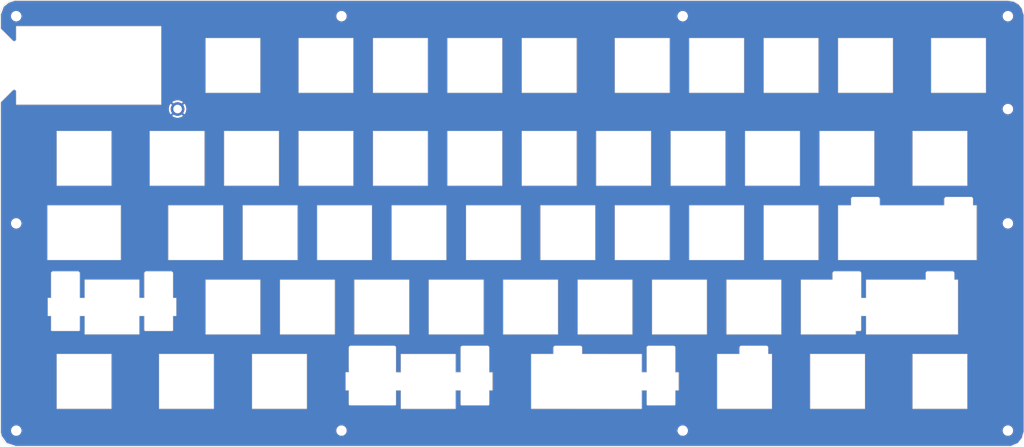
<source format=kicad_pcb>
(kicad_pcb (version 20221018) (generator pcbnew)
  (layers (0 "F.Cu" signal) (31 "B.Cu" signal) (34 "B.Paste" user) (35 "F.Paste" user) (36 "B.SilkS" user "B.Silkscreen") (37 "F.SilkS" user "F.Silkscreen") (38 "B.Mask" user) (39 "F.Mask" user) (44 "Edge.Cuts" user))
  (net 0 "")
  (net 1 "GND")
  (footprint "MountingHole:MountingHole_2.2mm_M2_ISO7380_Pad" (layer "F.Cu") (at 62.542499 58.025007)
    (fp_text reference "H1" hide)
    (fp_text value "MountingHole_Pad")
    (pad "1" thru_hole circle (at 0 0) (size 3.5 3.5) (drill 2.2) (layers "*.Cu" "*.Mask") (net 1 "GND"))
  )
  (footprint "_reviung-kbd:HOLE_2.2mm" (layer "F.Cu") (at 21.2325 34.23)
    (fp_text reference "Ref**" hide)
    (fp_text value "Val**" hide)
    (pad "" np_thru_hole circle (at 0 0) (size 2.2 2.2) (drill 2.2) (layers "*.Cu" "*.Mask"))
  )
  (footprint "_reviung-kbd:HOLE_2.2mm" (layer "F.Cu") (at 104.5 34.23)
    (fp_text reference "Ref**" hide)
    (fp_text value "Val**" hide)
    (pad "" np_thru_hole circle (at 0 0) (size 2.2 2.2) (drill 2.2) (layers "*.Cu" "*.Mask"))
  )
  (footprint "_reviung-kbd:HOLE_2.2mm" (layer "F.Cu") (at 191.842 34.23)
    (fp_text reference "Ref**" hide)
    (fp_text value "Val**" hide)
    (pad "" np_thru_hole circle (at 0 0) (size 2.2 2.2) (drill 2.2) (layers "*.Cu" "*.Mask"))
  )
  (footprint "_reviung-kbd:HOLE_2.2mm" (layer "F.Cu") (at 275.09 34.23)
    (fp_text reference "Ref**" hide)
    (fp_text value "Val**" hide)
    (pad "" np_thru_hole circle (at 0 0) (size 2.2 2.2) (drill 2.2) (layers "*.Cu" "*.Mask"))
  )
  (footprint "_reviung-kbd:HOLE_2.2mm" (layer "F.Cu") (at 275.092499 58.035007)
    (fp_text reference "Ref**" hide)
    (fp_text value "Val**" hide)
    (pad "" np_thru_hole circle (at 0 0) (size 2.2 2.2) (drill 2.2) (layers "*.Cu" "*.Mask"))
  )
  (footprint "_reviung-kbd:HOLE_2.2mm" (layer "F.Cu") (at 275.0925 87.335)
    (fp_text reference "Ref**" hide)
    (fp_text value "Val**" hide)
    (pad "" np_thru_hole circle (at 0 0) (size 2.2 2.2) (drill 2.2) (layers "*.Cu" "*.Mask"))
  )
  (footprint "_reviung-kbd:HOLE_2.2mm" (layer "F.Cu") (at 275.09 140.44)
    (fp_text reference "Ref**" hide)
    (fp_text value "Val**" hide)
    (pad "" np_thru_hole circle (at 0 0) (size 2.2 2.2) (drill 2.2) (layers "*.Cu" "*.Mask"))
  )
  (footprint "_reviung-kbd:HOLE_2.2mm" (layer "F.Cu") (at 191.85 140.44)
    (fp_text reference "Ref**" hide)
    (fp_text value "Val**" hide)
    (pad "" np_thru_hole circle (at 0 0) (size 2.2 2.2) (drill 2.2) (layers "*.Cu" "*.Mask"))
  )
  (footprint "_reviung-kbd:HOLE_2.2mm" (layer "F.Cu") (at 104.5 140.44)
    (fp_text reference "Ref**" hide)
    (fp_text value "Val**" hide)
    (pad "" np_thru_hole circle (at 0 0) (size 2.2 2.2) (drill 2.2) (layers "*.Cu" "*.Mask"))
  )
  (footprint "_reviung-kbd:HOLE_2.2mm" (layer "F.Cu") (at 21.2425 140.44)
    (fp_text reference "Ref**" hide)
    (fp_text value "Val**" hide)
    (pad "" np_thru_hole circle (at 0 0) (size 2.2 2.2) (drill 2.2) (layers "*.Cu" "*.Mask"))
  )
  (footprint "_reviung-kbd:HOLE_2.2mm" (layer "F.Cu") (at 21.2325 87.335)
    (fp_text reference "Ref**" hide)
    (fp_text value "Val**" hide)
    (pad "" np_thru_hole circle (at 0 0) (size 2.2 2.2) (drill 2.2) (layers "*.Cu" "*.Mask"))
  )
  (gr_curve (pts (xy 126.577499 53.855007) (xy 126.577499 53.855007) (xy 112.577514 53.854985) (xy 112.577514 53.854985)) (stroke (width 0.088)) (layer "Edge.Cuts"))
  (gr_curve (pts (xy 226.877514 77.667485) (xy 226.877514 77.667485) (xy 226.877536 63.6675) (xy 226.877536 63.6675)) (stroke (width 0.088)) (layer "Edge.Cuts"))
  (gr_curve (pts (xy 126.577499 77.667507) (xy 126.577499 77.667507) (xy 112.577514 77.667485) (xy 112.577514 77.667485)) (stroke (width 0.088)) (layer "Edge.Cuts"))
  (gr_curve (pts (xy 37.493036 106.460646) (xy 37.493036 106.460646) (xy 38.758527 106.460646) (xy 38.758527 106.460646)) (stroke (width 0.088)) (layer "Edge.Cuts"))
  (gr_curve (pts (xy 238.496271 120.817522) (xy 238.496271 120.817522) (xy 238.496249 134.817507) (xy 238.496249 134.817507)) (stroke (width 0.088)) (layer "Edge.Cuts"))
  (gr_curve (pts (xy 188.777536 63.6675) (xy 188.777536 63.6675) (xy 202.777521 63.6675) (xy 202.777521 63.6675)) (stroke (width 0.088)) (layer "Edge.Cuts"))
  (gr_curve (pts (xy 37.493014 114.63954) (xy 37.493014 114.777602) (xy 37.381092 114.889546) (xy 37.243008 114.889546)) (stroke (width 0.088)) (layer "Edge.Cuts"))
  (gr_curve (pts (xy 200.683764 120.817479) (xy 200.683764 120.817479) (xy 206.385914 120.817479) (xy 206.385914 120.817479)) (stroke (width 0.088)) (layer "Edge.Cuts"))
  (gr_curve (pts (xy 264.689999 134.817507) (xy 264.689999 134.817507) (xy 250.690014 134.817485) (xy 250.690014 134.817485)) (stroke (width 0.088)) (layer "Edge.Cuts"))
  (gr_curve (pts (xy 45.615021 63.6675) (xy 45.615021 63.6675) (xy 45.614999 77.667507) (xy 45.614999 77.667507)) (stroke (width 0.088)) (layer "Edge.Cuts"))
  (gr_curve (pts (xy 54.046935 106.443033) (xy 54.046935 106.443033) (xy 54.046957 100.124685) (xy 54.046957 100.124685)) (stroke (width 0.088)) (layer "Edge.Cuts"))
  (gr_curve (pts (xy 150.677536 63.6675) (xy 150.677536 63.6675) (xy 164.677521 63.6675) (xy 164.677521 63.6675)) (stroke (width 0.088)) (layer "Edge.Cuts"))
  (gr_curve (pts (xy 55.427536 63.6675) (xy 55.427536 63.6675) (xy 69.427521 63.6675) (xy 69.427521 63.6675)) (stroke (width 0.088)) (layer "Edge.Cuts"))
  (gr_curve (pts (xy 269.452521 39.855) (xy 269.452521 39.855) (xy 269.452499 53.855007) (xy 269.452499 53.855007)) (stroke (width 0.088)) (layer "Edge.Cuts"))
  (gr_curve (pts (xy 240.877499 77.667507) (xy 240.877499 77.667507) (xy 226.877514 77.667485) (xy 226.877514 77.667485)) (stroke (width 0.088)) (layer "Edge.Cuts"))
  (gr_curve (pts (xy 182.886035 133.959743) (xy 182.747973 133.959743) (xy 182.63605 133.847799) (xy 182.63605 133.709736)) (stroke (width 0.088)) (layer "Edge.Cuts"))
  (gr_curve (pts (xy 20.373486 53.209276) (xy 20.373486 53.209276) (xy 17.42042 56.162343) (xy 17.42042 56.162343)) (stroke (width 0.088)) (layer "Edge.Cuts"))
  (gr_curve (pts (xy 131.627536 39.855) (xy 131.627536 39.855) (xy 145.627521 39.855) (xy 145.627521 39.855)) (stroke (width 0.088)) (layer "Edge.Cuts"))
  (gr_curve (pts (xy 226.589999 96.717507) (xy 226.589999 96.717507) (xy 212.590014 96.717485) (xy 212.590014 96.717485)) (stroke (width 0.088)) (layer "Edge.Cuts"))
  (gr_curve (pts (xy 141.820669 118.694912) (xy 142.096793 118.694912) (xy 142.32066 118.918779) (xy 142.32066 119.194925)) (stroke (width 0.088)) (layer "Edge.Cuts"))
  (gr_curve (pts (xy 250.690014 134.817485) (xy 250.690014 134.817485) (xy 250.690036 120.8175) (xy 250.690036 120.8175)) (stroke (width 0.088)) (layer "Edge.Cuts"))
  (gr_curve (pts (xy 189.96099 133.709758) (xy 189.96099 133.84782) (xy 189.849068 133.959764) (xy 189.710984 133.959764)) (stroke (width 0.088)) (layer "Edge.Cuts"))
  (gr_curve (pts (xy 126.577521 39.855) (xy 126.577521 39.855) (xy 126.577499 53.855007) (xy 126.577499 53.855007)) (stroke (width 0.088)) (layer "Edge.Cuts"))
  (gr_curve (pts (xy 183.136084 118.694912) (xy 183.136084 118.694912) (xy 189.461043 118.694912) (xy 189.461043 118.694912)) (stroke (width 0.088)) (layer "Edge.Cuts"))
  (gr_curve (pts (xy 57.808764 134.817485) (xy 57.808764 134.817485) (xy 57.808764 120.8175) (xy 57.808764 120.8175)) (stroke (width 0.088)) (layer "Edge.Cuts"))
  (gr_curve (pts (xy 69.715036 39.855) (xy 69.715036 39.855) (xy 83.715021 39.855) (xy 83.715021 39.855)) (stroke (width 0.088)) (layer "Edge.Cuts"))
  (gr_curve (pts (xy 131.339999 96.717507) (xy 131.339999 96.717507) (xy 117.340014 96.717485) (xy 117.340014 96.717485)) (stroke (width 0.088)) (layer "Edge.Cuts"))
  (gr_curve (pts (xy 133.707275 134.826378) (xy 133.707275 134.826378) (xy 119.70729 134.826378) (xy 119.70729 134.826378)) (stroke (width 0.088)) (layer "Edge.Cuts"))
  (gr_curve (pts (xy 93.240021 82.7175) (xy 93.240021 82.7175) (xy 93.239999 96.717507) (xy 93.239999 96.717507)) (stroke (width 0.088)) (layer "Edge.Cuts"))
  (gr_curve (pts (xy 107.527499 53.855007) (xy 107.527499 53.855007) (xy 93.527514 53.854985) (xy 93.527514 53.854985)) (stroke (width 0.088)) (layer "Edge.Cuts"))
  (gr_curve (pts (xy 207.827514 77.667485) (xy 207.827514 77.667485) (xy 207.827536 63.6675) (xy 207.827536 63.6675)) (stroke (width 0.088)) (layer "Edge.Cuts"))
  (gr_curve (pts (xy 145.627521 63.6675) (xy 145.627521 63.6675) (xy 145.627499 77.667507) (xy 145.627499 77.667507)) (stroke (width 0.088)) (layer "Edge.Cuts"))
  (gr_curve (pts (xy 142.320617 133.709758) (xy 142.320617 133.84782) (xy 142.208694 133.959764) (xy 142.07061 133.959764)) (stroke (width 0.088)) (layer "Edge.Cuts"))
  (gr_curve (pts (xy 29.233517 82.717242) (xy 29.233517 82.717242) (xy 47.996271 82.7175) (xy 47.996271 82.7175)) (stroke (width 0.088)) (layer "Edge.Cuts"))
  (gr_curve (pts (xy 21.127519 30.129754) (xy 18.918384 30.129754) (xy 17.127526 31.920612) (xy 17.127526 34.129747)) (stroke (width 0.088)) (layer "Edge.Cuts"))
  (gr_curve (pts (xy 20.373486 40.501226) (xy 20.688468 40.816208) (xy 21.227039 40.593125) (xy 21.227039 40.147673)) (stroke (width 0.088)) (layer "Edge.Cuts"))
  (gr_curve (pts (xy 250.690036 120.8175) (xy 250.690036 120.8175) (xy 264.690021 120.817522) (xy 264.690021 120.817522)) (stroke (width 0.088)) (layer "Edge.Cuts"))
  (gr_curve (pts (xy 134.995698 125.513251) (xy 134.995698 125.513251) (xy 134.995719 119.194903) (xy 134.995719 119.194903)) (stroke (width 0.088)) (layer "Edge.Cuts"))
  (gr_curve (pts (xy 202.777521 63.6675) (xy 202.777521 63.6675) (xy 202.777499 77.667507) (xy 202.777499 77.667507)) (stroke (width 0.088)) (layer "Edge.Cuts"))
  (gr_curve (pts (xy 88.765014 115.767485) (xy 88.765014 115.767485) (xy 88.765036 101.7675) (xy 88.765036 101.7675)) (stroke (width 0.088)) (layer "Edge.Cuts"))
  (gr_curve (pts (xy 112.577536 63.6675) (xy 112.577536 63.6675) (xy 126.577521 63.6675) (xy 126.577521 63.6675)) (stroke (width 0.088)) (layer "Edge.Cuts"))
  (gr_curve (pts (xy 221.827499 77.667507) (xy 221.827499 77.667507) (xy 207.827514 77.667485) (xy 207.827514 77.667485)) (stroke (width 0.088)) (layer "Edge.Cuts"))
  (gr_curve (pts (xy 188.490021 82.7175) (xy 188.490021 82.7175) (xy 188.489999 96.717507) (xy 188.489999 96.717507)) (stroke (width 0.088)) (layer "Edge.Cuts"))
  (gr_curve (pts (xy 193.540036 82.7175) (xy 193.540036 82.7175) (xy 207.540021 82.7175) (xy 207.540021 82.7175)) (stroke (width 0.088)) (layer "Edge.Cuts"))
  (gr_curve (pts (xy 236.114999 115.767507) (xy 236.114999 115.767507) (xy 222.115014 115.767485) (xy 222.115014 115.767485)) (stroke (width 0.088)) (layer "Edge.Cuts"))
  (gr_curve (pts (xy 61.371854 114.63954) (xy 61.371854 114.777602) (xy 61.259932 114.889546) (xy 61.121848 114.889546)) (stroke (width 0.088)) (layer "Edge.Cuts"))
  (gr_curve (pts (xy 190.79634 130.121863) (xy 190.79634 130.121863) (xy 189.96099 130.121863) (xy 189.96099 130.121863)) (stroke (width 0.088)) (layer "Edge.Cuts"))
  (gr_curve (pts (xy 60.871906 99.624694) (xy 61.148031 99.624694) (xy 61.371897 99.84856) (xy 61.371897 100.124706)) (stroke (width 0.088)) (layer "Edge.Cuts"))
  (gr_curve (pts (xy 260.886428 99.624694) (xy 261.162552 99.624694) (xy 261.386419 99.84856) (xy 261.386419 100.124706)) (stroke (width 0.088)) (layer "Edge.Cuts"))
  (gr_curve (pts (xy 190.796362 125.530864) (xy 190.796362 125.530864) (xy 190.79634 130.121863) (xy 190.79634 130.121863)) (stroke (width 0.088)) (layer "Edge.Cuts"))
  (gr_curve (pts (xy 241.769284 80.577924) (xy 242.045408 80.577924) (xy 242.269275 80.80179) (xy 242.269275 81.077936)) (stroke (width 0.088)) (layer "Edge.Cuts"))
  (gr_curve (pts (xy 188.777514 77.667485) (xy 188.777514 77.667485) (xy 188.777536 63.6675) (xy 188.777536 63.6675)) (stroke (width 0.088)) (layer "Edge.Cuts"))
  (gr_curve (pts (xy 133.707275 130.124382) (xy 133.707275 130.124382) (xy 133.707275 134.826378) (xy 133.707275 134.826378)) (stroke (width 0.088)) (layer "Edge.Cuts"))
  (gr_curve (pts (xy 107.527499 77.667507) (xy 107.527499 77.667507) (xy 93.527514 77.667485) (xy 93.527514 77.667485)) (stroke (width 0.088)) (layer "Edge.Cuts"))
  (gr_curve (pts (xy 189.961034 119.194925) (xy 189.961034 119.194925) (xy 189.961012 125.530864) (xy 189.961012 125.530864)) (stroke (width 0.088)) (layer "Edge.Cuts"))
  (gr_curve (pts (xy 153.058764 134.817356) (xy 153.058764 134.817356) (xy 153.058786 120.817371) (xy 153.058786 120.817371)) (stroke (width 0.088)) (layer "Edge.Cuts"))
  (gr_curve (pts (xy 60.190014 96.717485) (xy 60.190014 96.717485) (xy 60.190036 82.7175) (xy 60.190036 82.7175)) (stroke (width 0.088)) (layer "Edge.Cuts"))
  (gr_curve (pts (xy 188.489999 53.855007) (xy 188.489999 53.855007) (xy 174.490014 53.854985) (xy 174.490014 53.854985)) (stroke (width 0.088)) (layer "Edge.Cuts"))
  (gr_curve (pts (xy 30.168096 111.054164) (xy 30.168096 111.054164) (xy 29.332724 111.054164) (xy 29.332724 111.054164)) (stroke (width 0.088)) (layer "Edge.Cuts"))
  (gr_curve (pts (xy 106.393266 133.697377) (xy 106.393266 133.697377) (xy 106.393288 130.112023) (xy 106.393288 130.112023)) (stroke (width 0.088)) (layer "Edge.Cuts"))
  (gr_curve (pts (xy 234.944334 81.077915) (xy 234.944334 80.801769) (xy 235.168179 80.577902) (xy 235.444325 80.577924)) (stroke (width 0.088)) (layer "Edge.Cuts"))
  (gr_curve (pts (xy 118.441777 133.709758) (xy 118.441777 133.84782) (xy 118.329855 133.959764) (xy 118.191771 133.959764)) (stroke (width 0.088)) (layer "Edge.Cuts"))
  (gr_curve (pts (xy 107.815014 115.767485) (xy 107.815014 115.767485) (xy 107.815036 101.7675) (xy 107.815036 101.7675)) (stroke (width 0.088)) (layer "Edge.Cuts"))
  (gr_curve (pts (xy 189.710984 133.959764) (xy 189.710984 133.959764) (xy 182.886035 133.959743) (xy 182.886035 133.959743)) (stroke (width 0.088)) (layer "Edge.Cuts"))
  (gr_curve (pts (xy 245.640021 39.855) (xy 245.640021 39.855) (xy 245.639999 53.855007) (xy 245.639999 53.855007)) (stroke (width 0.088)) (layer "Edge.Cuts"))
  (gr_curve (pts (xy 182.636072 125.513251) (xy 182.636072 125.513251) (xy 182.636093 119.194903) (xy 182.636093 119.194903)) (stroke (width 0.088)) (layer "Edge.Cuts"))
  (gr_curve (pts (xy 182.63605 133.709736) (xy 182.63605 133.709736) (xy 182.63605 130.124382) (xy 182.63605 130.124382)) (stroke (width 0.088)) (layer "Edge.Cuts"))
  (gr_curve (pts (xy 106.393288 125.500892) (xy 106.393288 125.500892) (xy 106.393309 119.182544) (xy 106.393309 119.182544)) (stroke (width 0.088)) (layer "Edge.Cuts"))
  (gr_curve (pts (xy 212.590014 53.854985) (xy 212.590014 53.854985) (xy 212.590036 39.855) (xy 212.590036 39.855)) (stroke (width 0.088)) (layer "Edge.Cuts"))
  (gr_curve (pts (xy 121.815021 101.7675) (xy 121.815021 101.7675) (xy 121.814999 115.767507) (xy 121.814999 115.767507)) (stroke (width 0.088)) (layer "Edge.Cuts"))
  (gr_curve (pts (xy 224.496264 120.8175) (xy 224.496264 120.8175) (xy 238.496271 120.817522) (xy 238.496271 120.817522)) (stroke (width 0.088)) (layer "Edge.Cuts"))
  (gr_curve (pts (xy 184.015014 115.767485) (xy 184.015014 115.767485) (xy 184.015036 101.7675) (xy 184.015036 101.7675)) (stroke (width 0.088)) (layer "Edge.Cuts"))
  (gr_curve (pts (xy 136.390014 96.717485) (xy 136.390014 96.717485) (xy 136.390036 82.7175) (xy 136.390036 82.7175)) (stroke (width 0.088)) (layer "Edge.Cuts"))
  (gr_curve (pts (xy 107.527521 39.855) (xy 107.527521 39.855) (xy 107.527499 53.855007) (xy 107.527499 53.855007)) (stroke (width 0.088)) (layer "Edge.Cuts"))
  (gr_curve (pts (xy 150.677536 39.855) (xy 150.677536 39.855) (xy 164.677521 39.855) (xy 164.677521 39.855)) (stroke (width 0.088)) (layer "Edge.Cuts"))
  (gr_curve (pts (xy 188.490021 39.855) (xy 188.490021 39.855) (xy 188.489999 53.855007) (xy 188.489999 53.855007)) (stroke (width 0.088)) (layer "Edge.Cuts"))
  (gr_curve (pts (xy 83.714999 115.767507) (xy 83.714999 115.767507) (xy 69.715014 115.767485) (xy 69.715014 115.767485)) (stroke (width 0.088)) (layer "Edge.Cuts"))
  (gr_curve (pts (xy 264.690021 63.6675) (xy 264.690021 63.6675) (xy 264.689999 77.667507) (xy 264.689999 77.667507)) (stroke (width 0.088)) (layer "Edge.Cuts"))
  (gr_curve (pts (xy 30.168074 114.639518) (xy 30.168074 114.639518) (xy 30.168096 111.054164) (xy 30.168096 111.054164)) (stroke (width 0.088)) (layer "Edge.Cuts"))
  (gr_curve (pts (xy 61.121848 114.889546) (xy 61.121848 114.889546) (xy 54.296898 114.889524) (xy 54.296898 114.889524)) (stroke (width 0.088)) (layer "Edge.Cuts"))
  (gr_curve (pts (xy 105.557917 125.500892) (xy 105.557917 125.500892) (xy 106.393288 125.500892) (xy 106.393288 125.500892)) (stroke (width 0.088)) (layer "Edge.Cuts"))
  (gr_curve (pts (xy 112.290021 82.7175) (xy 112.290021 82.7175) (xy 112.289999 96.717507) (xy 112.289999 96.717507)) (stroke (width 0.088)) (layer "Edge.Cuts"))
  (gr_curve (pts (xy 117.340014 96.717485) (xy 117.340014 96.717485) (xy 117.340036 82.7175) (xy 117.340036 82.7175)) (stroke (width 0.088)) (layer "Edge.Cuts"))
  (gr_curve (pts (xy 158.757253 120.817392) (xy 158.757253 120.817392) (xy 158.757253 119.194903) (xy 158.757253 119.194903)) (stroke (width 0.088)) (layer "Edge.Cuts"))
  (gr_curve (pts (xy 52.758512 106.443033) (xy 52.758512 106.443033) (xy 54.046935 106.443033) (xy 54.046935 106.443033)) (stroke (width 0.088)) (layer "Edge.Cuts"))
  (gr_curve (pts (xy 238.790641 101.767253) (xy 238.790641 101.767253) (xy 254.061478 101.7675) (xy 254.061478 101.7675)) (stroke (width 0.088)) (layer "Edge.Cuts"))
  (gr_curve (pts (xy 213.710854 119.188444) (xy 213.710854 119.188444) (xy 213.710854 120.8175) (xy 213.710854 120.8175)) (stroke (width 0.088)) (layer "Edge.Cuts"))
  (gr_curve (pts (xy 261.386419 101.7675) (xy 261.386419 101.7675) (xy 262.308771 101.7675) (xy 262.308771 101.7675)) (stroke (width 0.088)) (layer "Edge.Cuts"))
  (gr_curve (pts (xy 165.582203 118.694912) (xy 165.858327 118.694912) (xy 166.082194 118.918779) (xy 166.082194 119.194925)) (stroke (width 0.088)) (layer "Edge.Cuts"))
  (gr_curve (pts (xy 93.527536 63.6675) (xy 93.527536 63.6675) (xy 107.527521 63.6675) (xy 107.527521 63.6675)) (stroke (width 0.088)) (layer "Edge.Cuts"))
  (gr_curve (pts (xy 221.827521 63.6675) (xy 221.827521 63.6675) (xy 221.827499 77.667507) (xy 221.827499 77.667507)) (stroke (width 0.088)) (layer "Edge.Cuts"))
  (gr_curve (pts (xy 181.347649 134.826378) (xy 181.347649 134.826378) (xy 153.058764 134.817356) (xy 153.058764 134.817356)) (stroke (width 0.088)) (layer "Edge.Cuts"))
  (gr_curve (pts (xy 81.621264 120.8175) (xy 81.621264 120.8175) (xy 95.621271 120.8175) (xy 95.621271 120.8175)) (stroke (width 0.088)) (layer "Edge.Cuts"))
  (gr_curve (pts (xy 166.082194 119.194925) (xy 166.082194 119.194925) (xy 166.082194 120.817414) (xy 166.082194 120.817414)) (stroke (width 0.088)) (layer "Edge.Cuts"))
  (gr_curve (pts (xy 83.715021 101.7675) (xy 83.715021 101.7675) (xy 83.714999 115.767507) (xy 83.714999 115.767507)) (stroke (width 0.088)) (layer "Edge.Cuts"))
  (gr_curve (pts (xy 174.490036 39.855) (xy 174.490036 39.855) (xy 188.490021 39.855) (xy 188.490021 39.855)) (stroke (width 0.088)) (layer "Edge.Cuts"))
  (gr_curve (pts (xy 231.640014 96.717485) (xy 231.640014 96.717485) (xy 231.640036 82.7175) (xy 231.640036 82.7175)) (stroke (width 0.088)) (layer "Edge.Cuts"))
  (gr_curve (pts (xy 37.493036 111.051645) (xy 37.493036 111.051645) (xy 37.493014 114.63954) (xy 37.493014 114.63954)) (stroke (width 0.088)) (layer "Edge.Cuts"))
  (gr_curve (pts (xy 107.527521 63.6675) (xy 107.527521 63.6675) (xy 107.527499 77.667507) (xy 107.527499 77.667507)) (stroke (width 0.088)) (layer "Edge.Cuts"))
  (gr_curve (pts (xy 88.765036 101.7675) (xy 88.765036 101.7675) (xy 102.765021 101.7675) (xy 102.765021 101.7675)) (stroke (width 0.088)) (layer "Edge.Cuts"))
  (gr_curve (pts (xy 207.540021 82.7175) (xy 207.540021 82.7175) (xy 207.539999 96.717507) (xy 207.539999 96.717507)) (stroke (width 0.088)) (layer "Edge.Cuts"))
  (gr_curve (pts (xy 17.127526 36.841053) (xy 17.127526 37.106269) (xy 17.232883 37.360623) (xy 17.42042 37.54816)) (stroke (width 0.088)) (layer "Edge.Cuts"))
  (gr_curve (pts (xy 107.815036 101.7675) (xy 107.815036 101.7675) (xy 121.815021 101.7675) (xy 121.815021 101.7675)) (stroke (width 0.088)) (layer "Edge.Cuts"))
  (gr_curve (pts (xy 134.995719 119.194903) (xy 134.995719 118.918757) (xy 135.219564 118.694891) (xy 135.49571 118.694912)) (stroke (width 0.088)) (layer "Edge.Cuts"))
  (gr_curve (pts (xy 131.340021 82.7175) (xy 131.340021 82.7175) (xy 131.339999 96.717507) (xy 131.339999 96.717507)) (stroke (width 0.088)) (layer "Edge.Cuts"))
  (gr_curve (pts (xy 29.332724 111.054164) (xy 29.332724 111.054164) (xy 29.332724 106.443033) (xy 29.332724 106.443033)) (stroke (width 0.088)) (layer "Edge.Cuts"))
  (gr_curve (pts (xy 30.168117 100.124685) (xy 30.168117 99.848539) (xy 30.391962 99.624672) (xy 30.668108 99.624694)) (stroke (width 0.088)) (layer "Edge.Cuts"))
  (gr_curve (pts (xy 254.561469 99.624694) (xy 254.561469 99.624694) (xy 260.886428 99.624694) (xy 260.886428 99.624694)) (stroke (width 0.088)) (layer "Edge.Cuts"))
  (gr_curve (pts (xy 37.493058 100.124706) (xy 37.493058 100.124706) (xy 37.493036 106.460646) (xy 37.493036 106.460646)) (stroke (width 0.088)) (layer "Edge.Cuts"))
  (gr_curve (pts (xy 29.332724 106.443033) (xy 29.332724 106.443033) (xy 30.168096 106.443033) (xy 30.168096 106.443033)) (stroke (width 0.088)) (layer "Edge.Cuts"))
  (gr_curve (pts (xy 226.877536 63.6675) (xy 226.877536 63.6675) (xy 240.877521 63.6675) (xy 240.877521 63.6675)) (stroke (width 0.088)) (layer "Edge.Cuts"))
  (gr_curve (pts (xy 36.993067 99.624694) (xy 37.269191 99.624694) (xy 37.493058 99.84856) (xy 37.493058 100.124706)) (stroke (width 0.088)) (layer "Edge.Cuts"))
  (gr_curve (pts (xy 31.615014 134.817485) (xy 31.615014 134.817485) (xy 31.615036 120.8175) (xy 31.615036 120.8175)) (stroke (width 0.088)) (layer "Edge.Cuts"))
  (gr_curve (pts (xy 145.627521 39.855) (xy 145.627521 39.855) (xy 145.627499 53.855007) (xy 145.627499 53.855007)) (stroke (width 0.088)) (layer "Edge.Cuts"))
  (gr_curve (pts (xy 58.336014 36.830249) (xy 58.336014 36.830249) (xy 58.336014 56.880253) (xy 58.336014 56.880253)) (stroke (width 0.088)) (layer "Edge.Cuts"))
  (gr_curve (pts (xy 237.507557 111.051645) (xy 237.507557 111.051645) (xy 237.507536 114.63954) (xy 237.507536 114.63954)) (stroke (width 0.088)) (layer "Edge.Cuts"))
  (gr_curve (pts (xy 21.227039 53.56283) (xy 21.227039 53.117377) (xy 20.688468 52.894294) (xy 20.373486 53.209276)) (stroke (width 0.088)) (layer "Edge.Cuts"))
  (gr_curve (pts (xy 145.915014 115.767485) (xy 145.915014 115.767485) (xy 145.915036 101.7675) (xy 145.915036 101.7675)) (stroke (width 0.088)) (layer "Edge.Cuts"))
  (gr_curve (pts (xy 169.439999 96.717507) (xy 169.439999 96.717507) (xy 155.440014 96.717485) (xy 155.440014 96.717485)) (stroke (width 0.088)) (layer "Edge.Cuts"))
  (gr_curve (pts (xy 74.189999 96.717507) (xy 74.189999 96.717507) (xy 60.190014 96.717485) (xy 60.190014 96.717485)) (stroke (width 0.088)) (layer "Edge.Cuts"))
  (gr_curve (pts (xy 206.385914 119.188422) (xy 206.385914 118.912276) (xy 206.609759 118.68841) (xy 206.885905 118.68841)) (stroke (width 0.088)) (layer "Edge.Cuts"))
  (gr_curve (pts (xy 38.758527 101.756153) (xy 38.758527 101.756153) (xy 52.758512 101.756153) (xy 52.758512 101.756153)) (stroke (width 0.088)) (layer "Edge.Cuts"))
  (gr_curve (pts (xy 279.177509 34.129747) (xy 279.177509 31.920612) (xy 277.386651 30.129754) (xy 275.177516 30.129754)) (stroke (width 0.088)) (layer "Edge.Cuts"))
  (gr_curve (pts (xy 47.996249 96.717507) (xy 47.996249 96.717507) (xy 29.233517 96.717227) (xy 29.233517 96.717227)) (stroke (width 0.088)) (layer "Edge.Cuts"))
  (gr_curve (pts (xy 259.323165 80.577924) (xy 259.323165 80.577924) (xy 265.648123 80.577924) (xy 265.648123 80.577924)) (stroke (width 0.088)) (layer "Edge.Cuts"))
  (gr_curve (pts (xy 95.621271 120.8175) (xy 95.621271 120.8175) (xy 95.621249 134.817507) (xy 95.621249 134.817507)) (stroke (width 0.088)) (layer "Edge.Cuts"))
  (gr_curve (pts (xy 169.727514 77.667485) (xy 169.727514 77.667485) (xy 169.727536 63.6675) (xy 169.727536 63.6675)) (stroke (width 0.088)) (layer "Edge.Cuts"))
  (gr_curve (pts (xy 206.385914 120.817479) (xy 206.385914 120.817479) (xy 206.385914 119.188422) (xy 206.385914 119.188422)) (stroke (width 0.088)) (layer "Edge.Cuts"))
  (gr_curve (pts (xy 183.727521 63.6675) (xy 183.727521 63.6675) (xy 183.727499 77.667507) (xy 183.727499 77.667507)) (stroke (width 0.088)) (layer "Edge.Cuts"))
  (gr_curve (pts (xy 62.207204 111.051645) (xy 62.207204 111.051645) (xy 61.371854 111.051645) (xy 61.371854 111.051645)) (stroke (width 0.088)) (layer "Edge.Cuts"))
  (gr_curve (pts (xy 238.496249 134.817507) (xy 238.496249 134.817507) (xy 224.496264 134.817485) (xy 224.496264 134.817485)) (stroke (width 0.088)) (layer "Edge.Cuts"))
  (gr_curve (pts (xy 164.677521 39.855) (xy 164.677521 39.855) (xy 164.677499 53.855007) (xy 164.677499 53.855007)) (stroke (width 0.088)) (layer "Edge.Cuts"))
  (gr_curve (pts (xy 264.690021 120.817522) (xy 264.690021 120.817522) (xy 264.689999 134.817507) (xy 264.689999 134.817507)) (stroke (width 0.088)) (layer "Edge.Cuts"))
  (gr_curve (pts (xy 206.885905 118.68841) (xy 206.885905 118.68841) (xy 213.210863 118.688431) (xy 213.210863 118.688431)) (stroke (width 0.088)) (layer "Edge.Cuts"))
  (gr_curve (pts (xy 184.015036 101.7675) (xy 184.015036 101.7675) (xy 198.015021 101.7675) (xy 198.015021 101.7675)) (stroke (width 0.088)) (layer "Edge.Cuts"))
  (gr_curve (pts (xy 255.452514 53.854985) (xy 255.452514 53.854985) (xy 255.452536 39.855) (xy 255.452536 39.855)) (stroke (width 0.088)) (layer "Edge.Cuts"))
  (gr_curve (pts (xy 21.127519 144.542753) (xy 21.127519 144.542753) (xy 275.177516 144.542753) (xy 275.177516 144.542753)) (stroke (width 0.088)) (layer "Edge.Cuts"))
  (gr_curve (pts (xy 17.127526 140.54276) (xy 17.127526 142.751895) (xy 18.918384 144.542753) (xy 21.127519 144.542753)) (stroke (width 0.088)) (layer "Edge.Cuts"))
  (gr_curve (pts (xy 74.477514 77.667485) (xy 74.477514 77.667485) (xy 74.477536 63.6675) (xy 74.477536 63.6675)) (stroke (width 0.088)) (layer "Edge.Cuts"))
  (gr_curve (pts (xy 230.200231 100.124685) (xy 230.200231 99.848539) (xy 230.424076 99.624672) (xy 230.700222 99.624694)) (stroke (width 0.088)) (layer "Edge.Cuts"))
  (gr_curve (pts (xy 17.127526 34.129747) (xy 17.127526 34.129747) (xy 17.127526 36.841053) (xy 17.127526 36.841053)) (stroke (width 0.088)) (layer "Edge.Cuts"))
  (gr_curve (pts (xy 17.42042 37.54816) (xy 17.42042 37.54816) (xy 20.373486 40.501226) (xy 20.373486 40.501226)) (stroke (width 0.088)) (layer "Edge.Cuts"))
  (gr_curve (pts (xy 237.52515 106.460646) (xy 237.52515 106.460646) (xy 238.790641 106.460646) (xy 238.790641 106.460646)) (stroke (width 0.088)) (layer "Edge.Cuts"))
  (gr_curve (pts (xy 169.727536 63.6675) (xy 169.727536 63.6675) (xy 183.727521 63.6675) (xy 183.727521 63.6675)) (stroke (width 0.088)) (layer "Edge.Cuts"))
  (gr_curve (pts (xy 136.390036 82.7175) (xy 136.390036 82.7175) (xy 150.390021 82.7175) (xy 150.390021 82.7175)) (stroke (width 0.088)) (layer "Edge.Cuts"))
  (gr_curve (pts (xy 231.640014 53.854985) (xy 231.640014 53.854985) (xy 231.640036 39.855) (xy 231.640036 39.855)) (stroke (width 0.088)) (layer "Edge.Cuts"))
  (gr_curve (pts (xy 258.823174 82.7175) (xy 258.823174 82.7175) (xy 258.823174 81.077915) (xy 258.823174 81.077915)) (stroke (width 0.088)) (layer "Edge.Cuts"))
  (gr_curve (pts (xy 155.440036 82.7175) (xy 155.440036 82.7175) (xy 169.440021 82.7175) (xy 169.440021 82.7175)) (stroke (width 0.088)) (layer "Edge.Cuts"))
  (gr_curve (pts (xy 242.269275 81.077936) (xy 242.269275 81.077936) (xy 242.269275 82.7175) (xy 242.269275 82.7175)) (stroke (width 0.088)) (layer "Edge.Cuts"))
  (gr_curve (pts (xy 207.539999 96.717507) (xy 207.539999 96.717507) (xy 193.540014 96.717485) (xy 193.540014 96.717485)) (stroke (width 0.088)) (layer "Edge.Cuts"))
  (gr_curve (pts (xy 222.115036 101.7675) (xy 222.115036 101.7675) (xy 230.200231 101.7675) (xy 230.200231 101.7675)) (stroke (width 0.088)) (layer "Edge.Cuts"))
  (gr_curve (pts (xy 112.577514 53.854985) (xy 112.577514 53.854985) (xy 112.577536 39.855) (xy 112.577536 39.855)) (stroke (width 0.088)) (layer "Edge.Cuts"))
  (gr_curve (pts (xy 142.320638 125.530864) (xy 142.320638 125.530864) (xy 143.155988 125.530864) (xy 143.155988 125.530864)) (stroke (width 0.088)) (layer "Edge.Cuts"))
  (gr_curve (pts (xy 242.269275 82.7175) (xy 242.269275 82.7175) (xy 258.823174 82.7175) (xy 258.823174 82.7175)) (stroke (width 0.088)) (layer "Edge.Cuts"))
  (gr_curve (pts (xy 30.418059 114.889524) (xy 30.279997 114.889524) (xy 30.168074 114.77758) (xy 30.168074 114.639518)) (stroke (width 0.088)) (layer "Edge.Cuts"))
  (gr_curve (pts (xy 217.065021 101.7675) (xy 217.065021 101.7675) (xy 217.064999 115.767507) (xy 217.064999 115.767507)) (stroke (width 0.088)) (layer "Edge.Cuts"))
  (gr_curve (pts (xy 31.615014 77.667485) (xy 31.615014 77.667485) (xy 31.615036 63.6675) (xy 31.615036 63.6675)) (stroke (width 0.088)) (layer "Edge.Cuts"))
  (gr_curve (pts (xy 102.765021 101.7675) (xy 102.765021 101.7675) (xy 102.764999 115.767507) (xy 102.764999 115.767507)) (stroke (width 0.088)) (layer "Edge.Cuts"))
  (gr_curve (pts (xy 93.527514 53.854985) (xy 93.527514 53.854985) (xy 93.527536 39.855) (xy 93.527536 39.855)) (stroke (width 0.088)) (layer "Edge.Cuts"))
  (gr_curve (pts (xy 217.064999 115.767507) (xy 217.064999 115.767507) (xy 203.065014 115.767485) (xy 203.065014 115.767485)) (stroke (width 0.088)) (layer "Edge.Cuts"))
  (gr_curve (pts (xy 145.627499 77.667507) (xy 145.627499 77.667507) (xy 131.627514 77.667485) (xy 131.627514 77.667485)) (stroke (width 0.088)) (layer "Edge.Cuts"))
  (gr_curve (pts (xy 267.071249 96.717507) (xy 267.071249 96.717507) (xy 231.640014 96.717485) (xy 231.640014 96.717485)) (stroke (width 0.088)) (layer "Edge.Cuts"))
  (gr_curve (pts (xy 254.061478 100.124685) (xy 254.061478 99.848539) (xy 254.285323 99.624672) (xy 254.561469 99.624694)) (stroke (width 0.088)) (layer "Edge.Cuts"))
  (gr_curve (pts (xy 182.636093 119.194903) (xy 182.636093 118.918757) (xy 182.859938 118.694891) (xy 183.136084 118.694912)) (stroke (width 0.088)) (layer "Edge.Cuts"))
  (gr_curve (pts (xy 45.614999 134.817507) (xy 45.614999 134.817507) (xy 31.615014 134.817485) (xy 31.615014 134.817485)) (stroke (width 0.088)) (layer "Edge.Cuts"))
  (gr_curve (pts (xy 212.590036 82.7175) (xy 212.590036 82.7175) (xy 226.590021 82.7175) (xy 226.590021 82.7175)) (stroke (width 0.088)) (layer "Edge.Cuts"))
  (gr_curve (pts (xy 112.577514 77.667485) (xy 112.577514 77.667485) (xy 112.577536 63.6675) (xy 112.577536 63.6675)) (stroke (width 0.088)) (layer "Edge.Cuts"))
  (gr_curve (pts (xy 135.49571 118.694912) (xy 135.49571 118.694912) (xy 141.820669 118.694912) (xy 141.820669 118.694912)) (stroke (width 0.088)) (layer "Edge.Cuts"))
  (gr_curve (pts (xy 31.615036 63.6675) (xy 31.615036 63.6675) (xy 45.615021 63.6675) (xy 45.615021 63.6675)) (stroke (width 0.088)) (layer "Edge.Cuts"))
  (gr_curve (pts (xy 45.615021 120.8175) (xy 45.615021 120.8175) (xy 45.614999 134.817507) (xy 45.614999 134.817507)) (stroke (width 0.088)) (layer "Edge.Cuts"))
  (gr_curve (pts (xy 133.707275 120.826371) (xy 133.707275 120.826371) (xy 133.707275 125.513251) (xy 133.707275 125.513251)) (stroke (width 0.088)) (layer "Edge.Cuts"))
  (gr_curve (pts (xy 69.715014 115.767485) (xy 69.715014 115.767485) (xy 69.715036 101.7675) (xy 69.715036 101.7675)) (stroke (width 0.088)) (layer "Edge.Cuts"))
  (gr_curve (pts (xy 83.715021 39.855) (xy 83.715021 39.855) (xy 83.714999 53.855007) (xy 83.714999 53.855007)) (stroke (width 0.088)) (layer "Edge.Cuts"))
  (gr_curve (pts (xy 193.540014 96.717485) (xy 193.540014 96.717485) (xy 193.540036 82.7175) (xy 193.540036 82.7175)) (stroke (width 0.088)) (layer "Edge.Cuts"))
  (gr_curve (pts (xy 54.046957 100.124685) (xy 54.046957 99.848539) (xy 54.270802 99.624672) (xy 54.546948 99.624694)) (stroke (width 0.088)) (layer "Edge.Cuts"))
  (gr_curve (pts (xy 145.915036 101.7675) (xy 145.915036 101.7675) (xy 159.915021 101.7675) (xy 159.915021 101.7675)) (stroke (width 0.088)) (layer "Edge.Cuts"))
  (gr_curve (pts (xy 83.714999 53.855007) (xy 83.714999 53.855007) (xy 69.715014 53.854985) (xy 69.715014 53.854985)) (stroke (width 0.088)) (layer "Edge.Cuts"))
  (gr_curve (pts (xy 238.790517 115.767253) (xy 238.790517 115.767253) (xy 238.790517 111.051645) (xy 238.790517 111.051645)) (stroke (width 0.088)) (layer "Edge.Cuts"))
  (gr_curve (pts (xy 61.371897 100.124706) (xy 61.371897 100.124706) (xy 61.371876 106.460646) (xy 61.371876 106.460646)) (stroke (width 0.088)) (layer "Edge.Cuts"))
  (gr_curve (pts (xy 164.677499 77.667507) (xy 164.677499 77.667507) (xy 150.677514 77.667485) (xy 150.677514 77.667485)) (stroke (width 0.088)) (layer "Edge.Cuts"))
  (gr_curve (pts (xy 142.32066 119.194925) (xy 142.32066 119.194925) (xy 142.320638 125.530864) (xy 142.320638 125.530864)) (stroke (width 0.088)) (layer "Edge.Cuts"))
  (gr_curve (pts (xy 30.168096 106.443033) (xy 30.168096 106.443033) (xy 30.168117 100.124685) (xy 30.168117 100.124685)) (stroke (width 0.088)) (layer "Edge.Cuts"))
  (gr_curve (pts (xy 230.200231 101.7675) (xy 230.200231 101.7675) (xy 230.200231 100.124685) (xy 230.200231 100.124685)) (stroke (width 0.088)) (layer "Edge.Cuts"))
  (gr_curve (pts (xy 38.758527 111.051645) (xy 38.758527 111.051645) (xy 37.493036 111.051645) (xy 37.493036 111.051645)) (stroke (width 0.088)) (layer "Edge.Cuts"))
  (gr_curve (pts (xy 55.427514 77.667485) (xy 55.427514 77.667485) (xy 55.427536 63.6675) (xy 55.427536 63.6675)) (stroke (width 0.088)) (layer "Edge.Cuts"))
  (gr_curve (pts (xy 226.589999 53.855007) (xy 226.589999 53.855007) (xy 212.590014 53.854985) (xy 212.590014 53.854985)) (stroke (width 0.088)) (layer "Edge.Cuts"))
  (gr_curve (pts (xy 71.808771 120.8175) (xy 71.808771 120.8175) (xy 71.808749 134.817507) (xy 71.808749 134.817507)) (stroke (width 0.088)) (layer "Edge.Cuts"))
  (gr_curve (pts (xy 133.707275 125.513251) (xy 133.707275 125.513251) (xy 134.995698 125.513251) (xy 134.995698 125.513251)) (stroke (width 0.088)) (layer "Edge.Cuts"))
  (gr_curve (pts (xy 213.710854 120.8175) (xy 213.710854 120.8175) (xy 214.683771 120.8175) (xy 214.683771 120.8175)) (stroke (width 0.088)) (layer "Edge.Cuts"))
  (gr_curve (pts (xy 267.071271 82.7175) (xy 267.071271 82.7175) (xy 267.071249 96.717507) (xy 267.071249 96.717507)) (stroke (width 0.088)) (layer "Edge.Cuts"))
  (gr_curve (pts (xy 31.615036 120.8175) (xy 31.615036 120.8175) (xy 45.615021 120.8175) (xy 45.615021 120.8175)) (stroke (width 0.088)) (layer "Edge.Cuts"))
  (gr_curve (pts (xy 119.70729 130.121863) (xy 119.70729 130.121863) (xy 118.441799 130.121863) (xy 118.441799 130.121863)) (stroke (width 0.088)) (layer "Edge.Cuts"))
  (gr_curve (pts (xy 200.683764 134.817464) (xy 200.683764 134.817464) (xy 200.683764 120.817479) (xy 200.683764 120.817479)) (stroke (width 0.088)) (layer "Edge.Cuts"))
  (gr_curve (pts (xy 231.640036 39.855) (xy 231.640036 39.855) (xy 245.640021 39.855) (xy 245.640021 39.855)) (stroke (width 0.088)) (layer "Edge.Cuts"))
  (gr_curve (pts (xy 207.827536 63.6675) (xy 207.827536 63.6675) (xy 221.827521 63.6675) (xy 221.827521 63.6675)) (stroke (width 0.088)) (layer "Edge.Cuts"))
  (gr_curve (pts (xy 134.995676 133.709736) (xy 134.995676 133.709736) (xy 134.995676 130.124382) (xy 134.995676 130.124382)) (stroke (width 0.088)) (layer "Edge.Cuts"))
  (gr_curve (pts (xy 178.965021 101.7675) (xy 178.965021 101.7675) (xy 178.964999 115.767507) (xy 178.964999 115.767507)) (stroke (width 0.088)) (layer "Edge.Cuts"))
  (gr_curve (pts (xy 126.577521 63.6675) (xy 126.577521 63.6675) (xy 126.577499 77.667507) (xy 126.577499 77.667507)) (stroke (width 0.088)) (layer "Edge.Cuts"))
  (gr_curve (pts (xy 159.257244 118.694912) (xy 159.257244 118.694912) (xy 165.582203 118.694912) (xy 165.582203 118.694912)) (stroke (width 0.088)) (layer "Edge.Cuts"))
  (gr_curve (pts (xy 126.865036 101.7675) (xy 126.865036 101.7675) (xy 140.865021 101.7675) (xy 140.865021 101.7675)) (stroke (width 0.088)) (layer "Edge.Cuts"))
  (gr_curve (pts (xy 62.207225 106.460646) (xy 62.207225 106.460646) (xy 62.207204 111.051645) (xy 62.207204 111.051645)) (stroke (width 0.088)) (layer "Edge.Cuts"))
  (gr_curve (pts (xy 106.393309 119.182544) (xy 106.393309 118.906398) (xy 106.617154 118.682531) (xy 106.8933 118.682531)) (stroke (width 0.088)) (layer "Edge.Cuts"))
  (gr_curve (pts (xy 207.540021 39.855) (xy 207.540021 39.855) (xy 207.539999 53.855007) (xy 207.539999 53.855007)) (stroke (width 0.088)) (layer "Edge.Cuts"))
  (gr_curve (pts (xy 213.210863 118.688431) (xy 213.486988 118.688431) (xy 213.710854 118.912298) (xy 213.710854 119.188444)) (stroke (width 0.088)) (layer "Edge.Cuts"))
  (gr_curve (pts (xy 117.340036 82.7175) (xy 117.340036 82.7175) (xy 131.340021 82.7175) (xy 131.340021 82.7175)) (stroke (width 0.088)) (layer "Edge.Cuts"))
  (gr_curve (pts (xy 112.577536 39.855) (xy 112.577536 39.855) (xy 126.577521 39.855) (xy 126.577521 39.855)) (stroke (width 0.088)) (layer "Edge.Cuts"))
  (gr_curve (pts (xy 224.496264 134.817485) (xy 224.496264 134.817485) (xy 224.496264 120.8175) (xy 224.496264 120.8175)) (stroke (width 0.088)) (layer "Edge.Cuts"))
  (gr_curve (pts (xy 155.440014 96.717485) (xy 155.440014 96.717485) (xy 155.440036 82.7175) (xy 155.440036 82.7175)) (stroke (width 0.088)) (layer "Edge.Cuts"))
  (gr_curve (pts (xy 131.627514 77.667485) (xy 131.627514 77.667485) (xy 131.627536 63.6675) (xy 131.627536 63.6675)) (stroke (width 0.088)) (layer "Edge.Cuts"))
  (gr_curve (pts (xy 164.965036 101.7675) (xy 164.965036 101.7675) (xy 178.965021 101.7675) (xy 178.965021 101.7675)) (stroke (width 0.088)) (layer "Edge.Cuts"))
  (gr_curve (pts (xy 207.539999 53.855007) (xy 207.539999 53.855007) (xy 193.540014 53.854985) (xy 193.540014 53.854985)) (stroke (width 0.088)) (layer "Edge.Cuts"))
  (gr_curve (pts (xy 38.758527 115.75616) (xy 38.758527 115.75616) (xy 38.758527 111.051645) (xy 38.758527 111.051645)) (stroke (width 0.088)) (layer "Edge.Cuts"))
  (gr_curve (pts (xy 79.240036 82.7175) (xy 79.240036 82.7175) (xy 93.240021 82.7175) (xy 93.240021 82.7175)) (stroke (width 0.088)) (layer "Edge.Cuts"))
  (gr_curve (pts (xy 81.621264 134.817485) (xy 81.621264 134.817485) (xy 81.621264 120.8175) (xy 81.621264 120.8175)) (stroke (width 0.088)) (layer "Edge.Cuts"))
  (gr_curve (pts (xy 159.915021 101.7675) (xy 159.915021 101.7675) (xy 159.914999 115.767507) (xy 159.914999 115.767507)) (stroke (width 0.088)) (layer "Edge.Cuts"))
  (gr_curve (pts (xy 60.190036 82.7175) (xy 60.190036 82.7175) (xy 74.190021 82.7175) (xy 74.190021 82.7175)) (stroke (width 0.088)) (layer "Edge.Cuts"))
  (gr_curve (pts (xy 21.227039 40.147673) (xy 21.227039 40.147673) (xy 21.227039 36.830249) (xy 21.227039 36.830249)) (stroke (width 0.088)) (layer "Edge.Cuts"))
  (gr_curve (pts (xy 52.758512 111.054164) (xy 52.758512 111.054164) (xy 52.758512 115.75616) (xy 52.758512 115.75616)) (stroke (width 0.088)) (layer "Edge.Cuts"))
  (gr_curve (pts (xy 29.233517 96.717227) (xy 29.233517 96.717227) (xy 29.233517 82.717242) (xy 29.233517 82.717242)) (stroke (width 0.088)) (layer "Edge.Cuts"))
  (gr_curve (pts (xy 226.590021 82.7175) (xy 226.590021 82.7175) (xy 226.589999 96.717507) (xy 226.589999 96.717507)) (stroke (width 0.088)) (layer "Edge.Cuts"))
  (gr_curve (pts (xy 181.347649 120.826371) (xy 181.347649 120.826371) (xy 181.347649 125.513251) (xy 181.347649 125.513251)) (stroke (width 0.088)) (layer "Edge.Cuts"))
  (gr_curve (pts (xy 118.191771 133.959764) (xy 118.191771 133.959764) (xy 106.643251 133.947383) (xy 106.643251 133.947383)) (stroke (width 0.088)) (layer "Edge.Cuts"))
  (gr_curve (pts (xy 164.677499 53.855007) (xy 164.677499 53.855007) (xy 150.677514 53.854985) (xy 150.677514 53.854985)) (stroke (width 0.088)) (layer "Edge.Cuts"))
  (gr_curve (pts (xy 265.648123 80.577924) (xy 265.924248 80.577924) (xy 266.148114 80.80179) (xy 266.148114 81.077936)) (stroke (width 0.088)) (layer "Edge.Cuts"))
  (gr_curve (pts (xy 226.590021 39.855) (xy 226.590021 39.855) (xy 226.589999 53.855007) (xy 226.589999 53.855007)) (stroke (width 0.088)) (layer "Edge.Cuts"))
  (gr_curve (pts (xy 140.864999 115.767507) (xy 140.864999 115.767507) (xy 126.865014 115.767485) (xy 126.865014 115.767485)) (stroke (width 0.088)) (layer "Edge.Cuts"))
  (gr_curve (pts (xy 119.70729 125.530864) (xy 119.70729 125.530864) (xy 119.70729 120.826371) (xy 119.70729 120.826371)) (stroke (width 0.088)) (layer "Edge.Cuts"))
  (gr_curve (pts (xy 238.790517 111.051645) (xy 238.790517 111.051645) (xy 237.507557 111.051645) (xy 237.507557 111.051645)) (stroke (width 0.088)) (layer "Edge.Cuts"))
  (gr_curve (pts (xy 250.690036 63.6675) (xy 250.690036 63.6675) (xy 264.690021 63.6675) (xy 264.690021 63.6675)) (stroke (width 0.088)) (layer "Edge.Cuts"))
  (gr_curve (pts (xy 38.758527 106.460646) (xy 38.758527 106.460646) (xy 38.758527 101.756153) (xy 38.758527 101.756153)) (stroke (width 0.088)) (layer "Edge.Cuts"))
  (gr_curve (pts (xy 237.02518 99.624694) (xy 237.301305 99.624694) (xy 237.525171 99.84856) (xy 237.525171 100.124706)) (stroke (width 0.088)) (layer "Edge.Cuts"))
  (gr_curve (pts (xy 74.190021 82.7175) (xy 74.190021 82.7175) (xy 74.189999 96.717507) (xy 74.189999 96.717507)) (stroke (width 0.088)) (layer "Edge.Cuts"))
  (gr_curve (pts (xy 254.061478 101.7675) (xy 254.061478 101.7675) (xy 254.061478 100.124685) (xy 254.061478 100.124685)) (stroke (width 0.088)) (layer "Edge.Cuts"))
  (gr_curve (pts (xy 164.965014 115.767485) (xy 164.965014 115.767485) (xy 164.965036 101.7675) (xy 164.965036 101.7675)) (stroke (width 0.088)) (layer "Edge.Cuts"))
  (gr_curve (pts (xy 203.065014 115.767485) (xy 203.065014 115.767485) (xy 203.065036 101.7675) (xy 203.065036 101.7675)) (stroke (width 0.088)) (layer "Edge.Cuts"))
  (gr_curve (pts (xy 52.758512 101.756153) (xy 52.758512 101.756153) (xy 52.758512 106.443033) (xy 52.758512 106.443033)) (stroke (width 0.088)) (layer "Edge.Cuts"))
  (gr_curve (pts (xy 237.507536 114.63954) (xy 237.507536 114.777602) (xy 237.395613 114.889546) (xy 237.25753 114.889546)) (stroke (width 0.088)) (layer "Edge.Cuts"))
  (gr_curve (pts (xy 189.461043 118.694912) (xy 189.737167 118.694912) (xy 189.961034 118.918779) (xy 189.961034 119.194925)) (stroke (width 0.088)) (layer "Edge.Cuts"))
  (gr_curve (pts (xy 275.177516 30.129754) (xy 275.177516 30.129754) (xy 21.127519 30.129754) (xy 21.127519 30.129754)) (stroke (width 0.088)) (layer "Edge.Cuts"))
  (gr_curve (pts (xy 178.964999 115.767507) (xy 178.964999 115.767507) (xy 164.965014 115.767485) (xy 164.965014 115.767485)) (stroke (width 0.088)) (layer "Edge.Cuts"))
  (gr_curve (pts (xy 54.046914 111.054164) (xy 54.046914 111.054164) (xy 52.758512 111.054164) (xy 52.758512 111.054164)) (stroke (width 0.088)) (layer "Edge.Cuts"))
  (gr_curve (pts (xy 142.07061 133.959764) (xy 142.07061 133.959764) (xy 135.245661 133.959743) (xy 135.245661 133.959743)) (stroke (width 0.088)) (layer "Edge.Cuts"))
  (gr_curve (pts (xy 106.393288 130.112023) (xy 106.393288 130.112023) (xy 105.557917 130.112023) (xy 105.557917 130.112023)) (stroke (width 0.088)) (layer "Edge.Cuts"))
  (gr_curve (pts (xy 93.527514 77.667485) (xy 93.527514 77.667485) (xy 93.527536 63.6675) (xy 93.527536 63.6675)) (stroke (width 0.088)) (layer "Edge.Cuts"))
  (gr_curve (pts (xy 198.015021 101.7675) (xy 198.015021 101.7675) (xy 198.014999 115.767507) (xy 198.014999 115.767507)) (stroke (width 0.088)) (layer "Edge.Cuts"))
  (gr_curve (pts (xy 58.336014 56.880253) (xy 58.336014 56.880253) (xy 21.227039 56.880253) (xy 21.227039 56.880253)) (stroke (width 0.088)) (layer "Edge.Cuts"))
  (gr_curve (pts (xy 93.239999 96.717507) (xy 93.239999 96.717507) (xy 79.240014 96.717485) (xy 79.240014 96.717485)) (stroke (width 0.088)) (layer "Edge.Cuts"))
  (gr_curve (pts (xy 119.70729 134.826378) (xy 119.70729 134.826378) (xy 119.70729 130.121863) (xy 119.70729 130.121863)) (stroke (width 0.088)) (layer "Edge.Cuts"))
  (gr_curve (pts (xy 214.683749 134.817485) (xy 214.683749 134.817485) (xy 200.683764 134.817464) (xy 200.683764 134.817464)) (stroke (width 0.088)) (layer "Edge.Cuts"))
  (gr_curve (pts (xy 261.386419 100.124706) (xy 261.386419 100.124706) (xy 261.386419 101.7675) (xy 261.386419 101.7675)) (stroke (width 0.088)) (layer "Edge.Cuts"))
  (gr_curve (pts (xy 150.677514 53.854985) (xy 150.677514 53.854985) (xy 150.677536 39.855) (xy 150.677536 39.855)) (stroke (width 0.088)) (layer "Edge.Cuts"))
  (gr_curve (pts (xy 174.490014 96.717485) (xy 174.490014 96.717485) (xy 174.490036 82.7175) (xy 174.490036 82.7175)) (stroke (width 0.088)) (layer "Edge.Cuts"))
  (gr_curve (pts (xy 236.114999 114.889546) (xy 236.114999 114.889546) (xy 236.114999 115.767507) (xy 236.114999 115.767507)) (stroke (width 0.088)) (layer "Edge.Cuts"))
  (gr_curve (pts (xy 88.477499 77.667507) (xy 88.477499 77.667507) (xy 74.477514 77.667485) (xy 74.477514 77.667485)) (stroke (width 0.088)) (layer "Edge.Cuts"))
  (gr_curve (pts (xy 74.477536 63.6675) (xy 74.477536 63.6675) (xy 88.477521 63.6675) (xy 88.477521 63.6675)) (stroke (width 0.088)) (layer "Edge.Cuts"))
  (gr_curve (pts (xy 266.148114 81.077936) (xy 266.148114 81.077936) (xy 266.148114 82.7175) (xy 266.148114 82.7175)) (stroke (width 0.088)) (layer "Edge.Cuts"))
  (gr_curve (pts (xy 30.668108 99.624694) (xy 30.668108 99.624694) (xy 36.993067 99.624694) (xy 36.993067 99.624694)) (stroke (width 0.088)) (layer "Edge.Cuts"))
  (gr_curve (pts (xy 118.441799 125.530864) (xy 118.441799 125.530864) (xy 119.70729 125.530864) (xy 119.70729 125.530864)) (stroke (width 0.088)) (layer "Edge.Cuts"))
  (gr_curve (pts (xy 182.63605 130.124382) (xy 182.63605 130.124382) (xy 181.347649 130.124382) (xy 181.347649 130.124382)) (stroke (width 0.088)) (layer "Edge.Cuts"))
  (gr_curve (pts (xy 145.627499 53.855007) (xy 145.627499 53.855007) (xy 131.627514 53.854985) (xy 131.627514 53.854985)) (stroke (width 0.088)) (layer "Edge.Cuts"))
  (gr_curve (pts (xy 240.877521 63.6675) (xy 240.877521 63.6675) (xy 240.877499 77.667507) (xy 240.877499 77.667507)) (stroke (width 0.088)) (layer "Edge.Cuts"))
  (gr_curve (pts (xy 140.865021 101.7675) (xy 140.865021 101.7675) (xy 140.864999 115.767507) (xy 140.864999 115.767507)) (stroke (width 0.088)) (layer "Edge.Cuts"))
  (gr_curve (pts (xy 181.347649 130.124382) (xy 181.347649 130.124382) (xy 181.347649 134.826378) (xy 181.347649 134.826378)) (stroke (width 0.088)) (layer "Edge.Cuts"))
  (gr_curve (pts (xy 79.240014 96.717485) (xy 79.240014 96.717485) (xy 79.240036 82.7175) (xy 79.240036 82.7175)) (stroke (width 0.088)) (layer "Edge.Cuts"))
  (gr_curve (pts (xy 119.70729 120.826371) (xy 119.70729 120.826371) (xy 133.707275 120.826371) (xy 133.707275 120.826371)) (stroke (width 0.088)) (layer "Edge.Cuts"))
  (gr_curve (pts (xy 237.525171 100.124706) (xy 237.525171 100.124706) (xy 237.52515 106.460646) (xy 237.52515 106.460646)) (stroke (width 0.088)) (layer "Edge.Cuts"))
  (gr_curve (pts (xy 134.995676 130.124382) (xy 134.995676 130.124382) (xy 133.707275 130.124382) (xy 133.707275 130.124382)) (stroke (width 0.088)) (layer "Edge.Cuts"))
  (gr_curve (pts (xy 61.371854 111.051645) (xy 61.371854 111.051645) (xy 61.371854 114.63954) (xy 61.371854 114.63954)) (stroke (width 0.088)) (layer "Edge.Cuts"))
  (gr_curve (pts (xy 45.614999 77.667507) (xy 45.614999 77.667507) (xy 31.615014 77.667485) (xy 31.615014 77.667485)) (stroke (width 0.088)) (layer "Edge.Cuts"))
  (gr_curve (pts (xy 37.243008 114.889546) (xy 37.243008 114.889546) (xy 30.418059 114.889524) (xy 30.418059 114.889524)) (stroke (width 0.088)) (layer "Edge.Cuts"))
  (gr_curve (pts (xy 143.155988 125.530864) (xy 143.155988 125.530864) (xy 143.155966 130.121863) (xy 143.155966 130.121863)) (stroke (width 0.088)) (layer "Edge.Cuts"))
  (gr_curve (pts (xy 143.155966 130.121863) (xy 143.155966 130.121863) (xy 142.320617 130.121863) (xy 142.320617 130.121863)) (stroke (width 0.088)) (layer "Edge.Cuts"))
  (gr_curve (pts (xy 212.590036 39.855) (xy 212.590036 39.855) (xy 226.590021 39.855) (xy 226.590021 39.855)) (stroke (width 0.088)) (layer "Edge.Cuts"))
  (gr_curve (pts (xy 198.014999 115.767507) (xy 198.014999 115.767507) (xy 184.015014 115.767485) (xy 184.015014 115.767485)) (stroke (width 0.088)) (layer "Edge.Cuts"))
  (gr_curve (pts (xy 158.757253 119.194903) (xy 158.757253 118.918757) (xy 158.981099 118.694891) (xy 159.257244 118.694912)) (stroke (width 0.088)) (layer "Edge.Cuts"))
  (gr_curve (pts (xy 245.639999 53.855007) (xy 245.639999 53.855007) (xy 231.640014 53.854985) (xy 231.640014 53.854985)) (stroke (width 0.088)) (layer "Edge.Cuts"))
  (gr_curve (pts (xy 54.546948 99.624694) (xy 54.546948 99.624694) (xy 60.871906 99.624694) (xy 60.871906 99.624694)) (stroke (width 0.088)) (layer "Edge.Cuts"))
  (gr_curve (pts (xy 262.308749 115.767507) (xy 262.308749 115.767507) (xy 238.790517 115.767253) (xy 238.790517 115.767253)) (stroke (width 0.088)) (layer "Edge.Cuts"))
  (gr_curve (pts (xy 21.227039 36.830249) (xy 21.227039 36.830249) (xy 58.336014 36.830249) (xy 58.336014 36.830249)) (stroke (width 0.088)) (layer "Edge.Cuts"))
  (gr_curve (pts (xy 150.390021 82.7175) (xy 150.390021 82.7175) (xy 150.389999 96.717507) (xy 150.389999 96.717507)) (stroke (width 0.088)) (layer "Edge.Cuts"))
  (gr_curve (pts (xy 279.177509 140.54276) (xy 279.177509 140.54276) (xy 279.177509 34.129747) (xy 279.177509 34.129747)) (stroke (width 0.088)) (layer "Edge.Cuts"))
  (gr_curve (pts (xy 118.44182 119.194925) (xy 118.44182 119.194925) (xy 118.441799 125.530864) (xy 118.441799 125.530864)) (stroke (width 0.088)) (layer "Edge.Cuts"))
  (gr_curve (pts (xy 166.082194 120.817414) (xy 166.082194 120.817414) (xy 181.347649 120.826371) (xy 181.347649 120.826371)) (stroke (width 0.088)) (layer "Edge.Cuts"))
  (gr_curve (pts (xy 237.25753 114.889546) (xy 237.25753 114.889546) (xy 236.114999 114.889546) (xy 236.114999 114.889546)) (stroke (width 0.088)) (layer "Edge.Cuts"))
  (gr_curve (pts (xy 135.245661 133.959743) (xy 135.107599 133.959743) (xy 134.995676 133.847799) (xy 134.995676 133.709736)) (stroke (width 0.088)) (layer "Edge.Cuts"))
  (gr_curve (pts (xy 193.540014 53.854985) (xy 193.540014 53.854985) (xy 193.540036 39.855) (xy 193.540036 39.855)) (stroke (width 0.088)) (layer "Edge.Cuts"))
  (gr_curve (pts (xy 106.8933 118.682531) (xy 106.8933 118.682531) (xy 117.941829 118.694912) (xy 117.941829 118.694912)) (stroke (width 0.088)) (layer "Edge.Cuts"))
  (gr_curve (pts (xy 17.127526 56.869449) (xy 17.127526 56.869449) (xy 17.127526 140.54276) (xy 17.127526 140.54276)) (stroke (width 0.088)) (layer "Edge.Cuts"))
  (gr_curve (pts (xy 231.640036 82.7175) (xy 231.640036 82.7175) (xy 234.944334 82.7175) (xy 234.944334 82.7175)) (stroke (width 0.088)) (layer "Edge.Cuts"))
  (gr_curve (pts (xy 112.289999 96.717507) (xy 112.289999 96.717507) (xy 98.290014 96.717485) (xy 98.290014 96.717485)) (stroke (width 0.088)) (layer "Edge.Cuts"))
  (gr_curve (pts (xy 250.690014 77.667485) (xy 250.690014 77.667485) (xy 250.690036 63.6675) (xy 250.690036 63.6675)) (stroke (width 0.088)) (layer "Edge.Cuts"))
  (gr_curve (pts (xy 188.489999 96.717507) (xy 188.489999 96.717507) (xy 174.490014 96.717485) (xy 174.490014 96.717485)) (stroke (width 0.088)) (layer "Edge.Cuts"))
  (gr_curve (pts (xy 17.42042 56.162343) (xy 17.232883 56.349879) (xy 17.127526 56.604233) (xy 17.127526 56.869449)) (stroke (width 0.088)) (layer "Edge.Cuts"))
  (gr_curve (pts (xy 258.823174 81.077915) (xy 258.823174 80.801769) (xy 259.047019 80.577902) (xy 259.323165 80.577924)) (stroke (width 0.088)) (layer "Edge.Cuts"))
  (gr_curve (pts (xy 47.996271 82.7175) (xy 47.996271 82.7175) (xy 47.996249 96.717507) (xy 47.996249 96.717507)) (stroke (width 0.088)) (layer "Edge.Cuts"))
  (gr_curve (pts (xy 174.490014 53.854985) (xy 174.490014 53.854985) (xy 174.490036 39.855) (xy 174.490036 39.855)) (stroke (width 0.088)) (layer "Edge.Cuts"))
  (gr_curve (pts (xy 269.452499 53.855007) (xy 269.452499 53.855007) (xy 255.452514 53.854985) (xy 255.452514 53.854985)) (stroke (width 0.088)) (layer "Edge.Cuts"))
  (gr_curve (pts (xy 118.441799 130.121863) (xy 118.441799 130.121863) (xy 118.441777 133.709758) (xy 118.441777 133.709758)) (stroke (width 0.088)) (layer "Edge.Cuts"))
  (gr_curve (pts (xy 189.961012 125.530864) (xy 189.961012 125.530864) (xy 190.796362 125.530864) (xy 190.796362 125.530864)) (stroke (width 0.088)) (layer "Edge.Cuts"))
  (gr_curve (pts (xy 57.808764 120.8175) (xy 57.808764 120.8175) (xy 71.808771 120.8175) (xy 71.808771 120.8175)) (stroke (width 0.088)) (layer "Edge.Cuts"))
  (gr_curve (pts (xy 183.727499 77.667507) (xy 183.727499 77.667507) (xy 169.727514 77.667485) (xy 169.727514 77.667485)) (stroke (width 0.088)) (layer "Edge.Cuts"))
  (gr_curve (pts (xy 69.427499 77.667507) (xy 69.427499 77.667507) (xy 55.427514 77.667485) (xy 55.427514 77.667485)) (stroke (width 0.088)) (layer "Edge.Cuts"))
  (gr_curve (pts (xy 275.177516 144.542753) (xy 277.386651 144.542753) (xy 279.177509 142.751895) (xy 279.177509 140.54276)) (stroke (width 0.088)) (layer "Edge.Cuts"))
  (gr_curve (pts (xy 238.790641 106.460646) (xy 238.790641 106.460646) (xy 238.790641 101.767253) (xy 238.790641 101.767253)) (stroke (width 0.088)) (layer "Edge.Cuts"))
  (gr_curve (pts (xy 222.115014 115.767485) (xy 222.115014 115.767485) (xy 222.115036 101.7675) (xy 222.115036 101.7675)) (stroke (width 0.088)) (layer "Edge.Cuts"))
  (gr_curve (pts (xy 98.290036 82.7175) (xy 98.290036 82.7175) (xy 112.290021 82.7175) (xy 112.290021 82.7175)) (stroke (width 0.088)) (layer "Edge.Cuts"))
  (gr_curve (pts (xy 131.627536 63.6675) (xy 131.627536 63.6675) (xy 145.627521 63.6675) (xy 145.627521 63.6675)) (stroke (width 0.088)) (layer "Edge.Cuts"))
  (gr_curve (pts (xy 153.058786 120.817371) (xy 153.058786 120.817371) (xy 158.757253 120.817392) (xy 158.757253 120.817392)) (stroke (width 0.088)) (layer "Edge.Cuts"))
  (gr_curve (pts (xy 266.148114 82.7175) (xy 266.148114 82.7175) (xy 267.071271 82.7175) (xy 267.071271 82.7175)) (stroke (width 0.088)) (layer "Edge.Cuts"))
  (gr_curve (pts (xy 105.557917 130.112023) (xy 105.557917 130.112023) (xy 105.557917 125.500892) (xy 105.557917 125.500892)) (stroke (width 0.088)) (layer "Edge.Cuts"))
  (gr_curve (pts (xy 214.683771 120.8175) (xy 214.683771 120.8175) (xy 214.683749 134.817485) (xy 214.683749 134.817485)) (stroke (width 0.088)) (layer "Edge.Cuts"))
  (gr_curve (pts (xy 61.371876 106.460646) (xy 61.371876 106.460646) (xy 62.207225 106.460646) (xy 62.207225 106.460646)) (stroke (width 0.088)) (layer "Edge.Cuts"))
  (gr_curve (pts (xy 181.347649 125.513251) (xy 181.347649 125.513251) (xy 182.636072 125.513251) (xy 182.636072 125.513251)) (stroke (width 0.088)) (layer "Edge.Cuts"))
  (gr_curve (pts (xy 174.490036 82.7175) (xy 174.490036 82.7175) (xy 188.490021 82.7175) (xy 188.490021 82.7175)) (stroke (width 0.088)) (layer "Edge.Cuts"))
  (gr_curve (pts (xy 69.427521 63.6675) (xy 69.427521 63.6675) (xy 69.427499 77.667507) (xy 69.427499 77.667507)) (stroke (width 0.088)) (layer "Edge.Cuts"))
  (gr_curve (pts (xy 54.046914 114.639518) (xy 54.046914 114.639518) (xy 54.046914 111.054164) (xy 54.046914 111.054164)) (stroke (width 0.088)) (layer "Edge.Cuts"))
  (gr_curve (pts (xy 142.320617 130.121863) (xy 142.320617 130.121863) (xy 142.320617 133.709758) (xy 142.320617 133.709758)) (stroke (width 0.088)) (layer "Edge.Cuts"))
  (gr_curve (pts (xy 126.865014 115.767485) (xy 126.865014 115.767485) (xy 126.865036 101.7675) (xy 126.865036 101.7675)) (stroke (width 0.088)) (layer "Edge.Cuts"))
  (gr_curve (pts (xy 150.389999 96.717507) (xy 150.389999 96.717507) (xy 136.390014 96.717485) (xy 136.390014 96.717485)) (stroke (width 0.088)) (layer "Edge.Cuts"))
  (gr_curve (pts (xy 102.764999 115.767507) (xy 102.764999 115.767507) (xy 88.765014 115.767485) (xy 88.765014 115.767485)) (stroke (width 0.088)) (layer "Edge.Cuts"))
  (gr_curve (pts (xy 235.444325 80.577924) (xy 235.444325 80.577924) (xy 241.769284 80.577924) (xy 241.769284 80.577924)) (stroke (width 0.088)) (layer "Edge.Cuts"))
  (gr_curve (pts (xy 88.477521 63.6675) (xy 88.477521 63.6675) (xy 88.477499 77.667507) (xy 88.477499 77.667507)) (stroke (width 0.088)) (layer "Edge.Cuts"))
  (gr_curve (pts (xy 21.227039 56.880253) (xy 21.227039 56.880253) (xy 21.227039 53.56283) (xy 21.227039 53.56283)) (stroke (width 0.088)) (layer "Edge.Cuts"))
  (gr_curve (pts (xy 93.527536 39.855) (xy 93.527536 39.855) (xy 107.527521 39.855) (xy 107.527521 39.855)) (stroke (width 0.088)) (layer "Edge.Cuts"))
  (gr_curve (pts (xy 212.590014 96.717485) (xy 212.590014 96.717485) (xy 212.590036 82.7175) (xy 212.590036 82.7175)) (stroke (width 0.088)) (layer "Edge.Cuts"))
  (gr_curve (pts (xy 203.065036 101.7675) (xy 203.065036 101.7675) (xy 217.065021 101.7675) (xy 217.065021 101.7675)) (stroke (width 0.088)) (layer "Edge.Cuts"))
  (gr_curve (pts (xy 106.643251 133.947383) (xy 106.505189 133.947383) (xy 106.393266 133.835439) (xy 106.393266 133.697377)) (stroke (width 0.088)) (layer "Edge.Cuts"))
  (gr_curve (pts (xy 150.677514 77.667485) (xy 150.677514 77.667485) (xy 150.677536 63.6675) (xy 150.677536 63.6675)) (stroke (width 0.088)) (layer "Edge.Cuts"))
  (gr_curve (pts (xy 69.715014 53.854985) (xy 69.715014 53.854985) (xy 69.715036 39.855) (xy 69.715036 39.855)) (stroke (width 0.088)) (layer "Edge.Cuts"))
  (gr_curve (pts (xy 54.296898 114.889524) (xy 54.158836 114.889524) (xy 54.046914 114.77758) (xy 54.046914 114.639518)) (stroke (width 0.088)) (layer "Edge.Cuts"))
  (gr_curve (pts (xy 131.627514 53.854985) (xy 131.627514 53.854985) (xy 131.627536 39.855) (xy 131.627536 39.855)) (stroke (width 0.088)) (layer "Edge.Cuts"))
  (gr_curve (pts (xy 262.308771 101.7675) (xy 262.308771 101.7675) (xy 262.308749 115.767507) (xy 262.308749 115.767507)) (stroke (width 0.088)) (layer "Edge.Cuts"))
  (gr_curve (pts (xy 189.96099 130.121863) (xy 189.96099 130.121863) (xy 189.96099 133.709758) (xy 189.96099 133.709758)) (stroke (width 0.088)) (layer "Edge.Cuts"))
  (gr_curve (pts (xy 230.700222 99.624694) (xy 230.700222 99.624694) (xy 237.02518 99.624694) (xy 237.02518 99.624694)) (stroke (width 0.088)) (layer "Edge.Cuts"))
  (gr_curve (pts (xy 95.621249 134.817507) (xy 95.621249 134.817507) (xy 81.621264 134.817485) (xy 81.621264 134.817485)) (stroke (width 0.088)) (layer "Edge.Cuts"))
  (gr_curve (pts (xy 117.941829 118.694912) (xy 118.217954 118.694912) (xy 118.44182 118.918779) (xy 118.44182 119.194925)) (stroke (width 0.088)) (layer "Edge.Cuts"))
  (gr_curve (pts (xy 69.715036 101.7675) (xy 69.715036 101.7675) (xy 83.715021 101.7675) (xy 83.715021 101.7675)) (stroke (width 0.088)) (layer "Edge.Cuts"))
  (gr_curve (pts (xy 159.914999 115.767507) (xy 159.914999 115.767507) (xy 145.915014 115.767485) (xy 145.915014 115.767485)) (stroke (width 0.088)) (layer "Edge.Cuts"))
  (gr_curve (pts (xy 98.290014 96.717485) (xy 98.290014 96.717485) (xy 98.290036 82.7175) (xy 98.290036 82.7175)) (stroke (width 0.088)) (layer "Edge.Cuts"))
  (gr_curve (pts (xy 71.808749 134.817507) (xy 71.808749 134.817507) (xy 57.808764 134.817485) (xy 57.808764 134.817485)) (stroke (width 0.088)) (layer "Edge.Cuts"))
  (gr_curve (pts (xy 193.540036 39.855) (xy 193.540036 39.855) (xy 207.540021 39.855) (xy 207.540021 39.855)) (stroke (width 0.088)) (layer "Edge.Cuts"))
  (gr_curve (pts (xy 164.677521 63.6675) (xy 164.677521 63.6675) (xy 164.677499 77.667507) (xy 164.677499 77.667507)) (stroke (width 0.088)) (layer "Edge.Cuts"))
  (gr_curve (pts (xy 121.814999 115.767507) (xy 121.814999 115.767507) (xy 107.815014 115.767485) (xy 107.815014 115.767485)) (stroke (width 0.088)) (layer "Edge.Cuts"))
  (gr_curve (pts (xy 264.689999 77.667507) (xy 264.689999 77.667507) (xy 250.690014 77.667485) (xy 250.690014 77.667485)) (stroke (width 0.088)) (layer "Edge.Cuts"))
  (gr_curve (pts (xy 255.452536 39.855) (xy 255.452536 39.855) (xy 269.452521 39.855) (xy 269.452521 39.855)) (stroke (width 0.088)) (layer "Edge.Cuts"))
  (gr_curve (pts (xy 202.777499 77.667507) (xy 202.777499 77.667507) (xy 188.777514 77.667485) (xy 188.777514 77.667485)) (stroke (width 0.088)) (layer "Edge.Cuts"))
  (gr_curve (pts (xy 234.944334 82.7175) (xy 234.944334 82.7175) (xy 234.944334 81.077915) (xy 234.944334 81.077915)) (stroke (width 0.088)) (layer "Edge.Cuts"))
  (gr_curve (pts (xy 169.440021 82.7175) (xy 169.440021 82.7175) (xy 169.439999 96.717507) (xy 169.439999 96.717507)) (stroke (width 0.088)) (layer "Edge.Cuts"))
  (gr_curve (pts (xy 52.758512 115.75616) (xy 52.758512 115.75616) (xy 38.758527 115.75616) (xy 38.758527 115.75616)) (stroke (width 0.088)) (layer "Edge.Cuts"))
  (zone (net 1) (net_name "GND") (layer "F.Cu") (connect_pads (clearance 0.508)) (min_thickness 0.254) (fill yes (thermal_gap 0.508) (thermal_bridge_width 0.508))
    (polygon (pts (xy 276.592499 30.575007) (xy 277.842499 31.325007) (xy 278.592499 32.325007) (xy 279.092499 34.075007) (xy 279.092499 140.575007) (xy 278.592499 142.325007) (xy 277.592499 143.575007) (xy 275.842499 144.325007) (xy 21.092499 144.325007) (xy 18.842499 143.575007) (xy 17.592499 141.825007) (xy 17.342499 140.825007) (xy 17.342499 33.825007) (xy 18.092499 31.825007) (xy 19.342499 30.825007) (xy 20.842499 30.325007) (xy 275.092499 30.325007)))
  )
  (zone (net 1) (net_name "GND") (layer "B.Cu") (connect_pads (clearance 0.508)) (min_thickness 0.254) (fill yes (thermal_gap 0.508) (thermal_bridge_width 0.508))
    (polygon (pts (xy 276.592499 30.575007) (xy 277.842499 31.325007) (xy 278.592499 32.325007) (xy 279.092499 34.075007) (xy 279.092499 140.575007) (xy 278.592499 142.325007) (xy 277.592499 143.575007) (xy 275.842499 144.325007) (xy 21.092499 144.325007) (xy 18.842499 143.575007) (xy 17.592499 141.825007) (xy 17.342499 140.825007) (xy 17.342499 33.825007) (xy 18.092499 31.825007) (xy 19.342499 30.825007) (xy 20.842499 30.325007) (xy 275.092499 30.325007)))
  )
)
</source>
